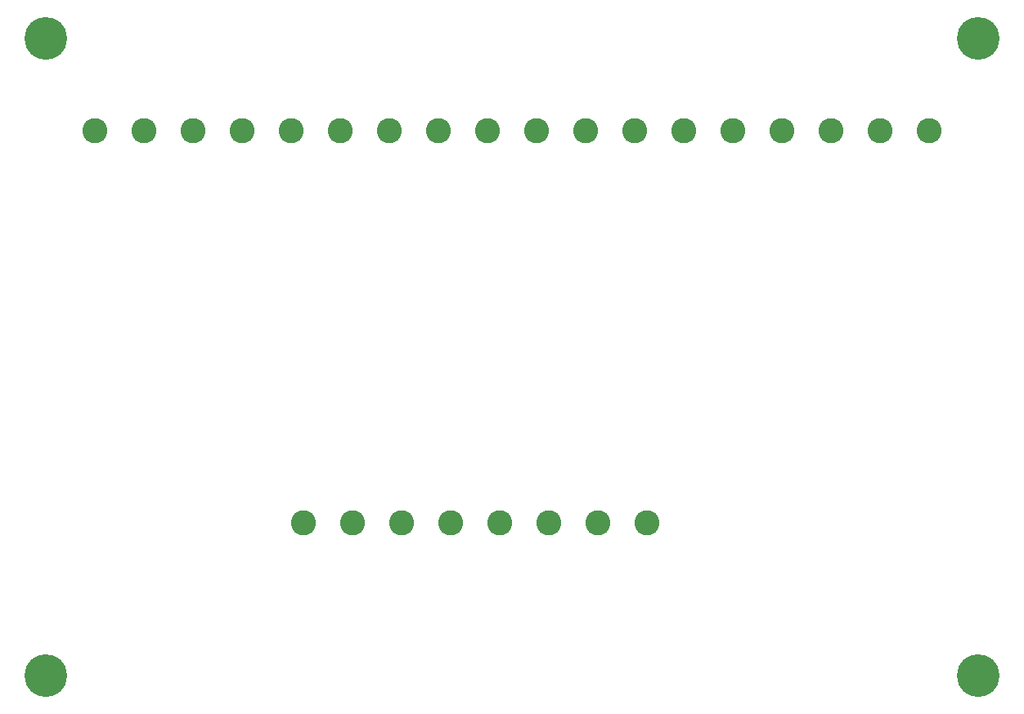
<source format=gbs>
G75*
%MOIN*%
%OFA0B0*%
%FSLAX25Y25*%
%IPPOS*%
%LPD*%
%AMOC8*
5,1,8,0,0,1.08239X$1,22.5*
%
%ADD10C,0.10249*%
%ADD11C,0.17398*%
D10*
X0121800Y0079300D03*
X0141800Y0079300D03*
X0161800Y0079300D03*
X0181800Y0079300D03*
X0201800Y0079300D03*
X0221800Y0079300D03*
X0241800Y0079300D03*
X0261800Y0079300D03*
X0256800Y0239300D03*
X0276800Y0239300D03*
X0296800Y0239300D03*
X0316800Y0239300D03*
X0336800Y0239300D03*
X0356800Y0239300D03*
X0376800Y0239300D03*
X0236800Y0239300D03*
X0216800Y0239300D03*
X0196800Y0239300D03*
X0176800Y0239300D03*
X0156800Y0239300D03*
X0136800Y0239300D03*
X0116800Y0239300D03*
X0096800Y0239300D03*
X0076800Y0239300D03*
X0056800Y0239300D03*
X0036800Y0239300D03*
D11*
X0016800Y0016800D03*
X0016800Y0276800D03*
X0396800Y0276800D03*
X0396800Y0016800D03*
M02*

</source>
